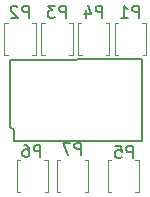
<source format=gbo>
G04 #@! TF.GenerationSoftware,KiCad,Pcbnew,(6.0.1)*
G04 #@! TF.CreationDate,2022-05-17T23:19:47+03:00*
G04 #@! TF.ProjectId,hellen1test,68656c6c-656e-4317-9465-73742e6b6963,b*
G04 #@! TF.SameCoordinates,PX141f5e0PYa2cace0*
G04 #@! TF.FileFunction,Legend,Bot*
G04 #@! TF.FilePolarity,Positive*
%FSLAX46Y46*%
G04 Gerber Fmt 4.6, Leading zero omitted, Abs format (unit mm)*
G04 Created by KiCad (PCBNEW (6.0.1)) date 2022-05-17 23:19:47*
%MOMM*%
%LPD*%
G01*
G04 APERTURE LIST*
%ADD10C,0.150000*%
%ADD11C,0.120000*%
%ADD12C,0.200000*%
G04 APERTURE END LIST*
D10*
G04 #@! TO.C,P7*
X6938095Y3597620D02*
X6938095Y4597620D01*
X6557142Y4597620D01*
X6461904Y4550000D01*
X6414285Y4502381D01*
X6366666Y4407143D01*
X6366666Y4264286D01*
X6414285Y4169048D01*
X6461904Y4121429D01*
X6557142Y4073810D01*
X6938095Y4073810D01*
X6033333Y4597620D02*
X5366666Y4597620D01*
X5795238Y3597620D01*
G04 #@! TO.C,P2*
X2498095Y15197620D02*
X2498095Y16197620D01*
X2117142Y16197620D01*
X2021904Y16150000D01*
X1974285Y16102381D01*
X1926666Y16007143D01*
X1926666Y15864286D01*
X1974285Y15769048D01*
X2021904Y15721429D01*
X2117142Y15673810D01*
X2498095Y15673810D01*
X1545714Y16102381D02*
X1498095Y16150000D01*
X1402857Y16197620D01*
X1164761Y16197620D01*
X1069523Y16150000D01*
X1021904Y16102381D01*
X974285Y16007143D01*
X974285Y15911905D01*
X1021904Y15769048D01*
X1593333Y15197620D01*
X974285Y15197620D01*
G04 #@! TO.C,P1*
X11838095Y15197620D02*
X11838095Y16197620D01*
X11457142Y16197620D01*
X11361904Y16150000D01*
X11314285Y16102381D01*
X11266666Y16007143D01*
X11266666Y15864286D01*
X11314285Y15769048D01*
X11361904Y15721429D01*
X11457142Y15673810D01*
X11838095Y15673810D01*
X10314285Y15197620D02*
X10885714Y15197620D01*
X10600000Y15197620D02*
X10600000Y16197620D01*
X10695238Y16054762D01*
X10790476Y15959524D01*
X10885714Y15911905D01*
G04 #@! TO.C,P6*
X3488095Y3417620D02*
X3488095Y4417620D01*
X3107142Y4417620D01*
X3011904Y4370000D01*
X2964285Y4322381D01*
X2916666Y4227143D01*
X2916666Y4084286D01*
X2964285Y3989048D01*
X3011904Y3941429D01*
X3107142Y3893810D01*
X3488095Y3893810D01*
X2059523Y4417620D02*
X2250000Y4417620D01*
X2345238Y4370000D01*
X2392857Y4322381D01*
X2488095Y4179524D01*
X2535714Y3989048D01*
X2535714Y3608096D01*
X2488095Y3512858D01*
X2440476Y3465239D01*
X2345238Y3417620D01*
X2154761Y3417620D01*
X2059523Y3465239D01*
X2011904Y3512858D01*
X1964285Y3608096D01*
X1964285Y3846191D01*
X2011904Y3941429D01*
X2059523Y3989048D01*
X2154761Y4036667D01*
X2345238Y4036667D01*
X2440476Y3989048D01*
X2488095Y3941429D01*
X2535714Y3846191D01*
G04 #@! TO.C,P3*
X5638095Y15197620D02*
X5638095Y16197620D01*
X5257142Y16197620D01*
X5161904Y16150000D01*
X5114285Y16102381D01*
X5066666Y16007143D01*
X5066666Y15864286D01*
X5114285Y15769048D01*
X5161904Y15721429D01*
X5257142Y15673810D01*
X5638095Y15673810D01*
X4733333Y16197620D02*
X4114285Y16197620D01*
X4447619Y15816667D01*
X4304761Y15816667D01*
X4209523Y15769048D01*
X4161904Y15721429D01*
X4114285Y15626191D01*
X4114285Y15388096D01*
X4161904Y15292858D01*
X4209523Y15245239D01*
X4304761Y15197620D01*
X4590476Y15197620D01*
X4685714Y15245239D01*
X4733333Y15292858D01*
G04 #@! TO.C,P5*
X11308095Y3337620D02*
X11308095Y4337620D01*
X10927142Y4337620D01*
X10831904Y4290000D01*
X10784285Y4242381D01*
X10736666Y4147143D01*
X10736666Y4004286D01*
X10784285Y3909048D01*
X10831904Y3861429D01*
X10927142Y3813810D01*
X11308095Y3813810D01*
X9831904Y4337620D02*
X10308095Y4337620D01*
X10355714Y3861429D01*
X10308095Y3909048D01*
X10212857Y3956667D01*
X9974761Y3956667D01*
X9879523Y3909048D01*
X9831904Y3861429D01*
X9784285Y3766191D01*
X9784285Y3528096D01*
X9831904Y3432858D01*
X9879523Y3385239D01*
X9974761Y3337620D01*
X10212857Y3337620D01*
X10308095Y3385239D01*
X10355714Y3432858D01*
G04 #@! TO.C,P4*
X8738095Y15197620D02*
X8738095Y16197620D01*
X8357142Y16197620D01*
X8261904Y16150000D01*
X8214285Y16102381D01*
X8166666Y16007143D01*
X8166666Y15864286D01*
X8214285Y15769048D01*
X8261904Y15721429D01*
X8357142Y15673810D01*
X8738095Y15673810D01*
X7309523Y15864286D02*
X7309523Y15197620D01*
X7547619Y16245239D02*
X7785714Y15530953D01*
X7166666Y15530953D01*
D11*
G04 #@! TO.C,P7*
X5164462Y3130000D02*
X4870000Y3130000D01*
X4870000Y470000D02*
X4870000Y3130000D01*
X7235538Y470000D02*
X7530000Y470000D01*
X5175627Y470000D02*
X4870000Y470000D01*
X7530000Y3130000D02*
X7530000Y470000D01*
X7224373Y3130000D02*
X7530000Y3130000D01*
G04 #@! TO.C,P2*
X724462Y14730000D02*
X430000Y14730000D01*
X430000Y12070000D02*
X430000Y14730000D01*
X735627Y12070000D02*
X430000Y12070000D01*
X2784373Y14730000D02*
X3090000Y14730000D01*
X3090000Y14730000D02*
X3090000Y12070000D01*
X2795538Y12070000D02*
X3090000Y12070000D01*
G04 #@! TO.C,P1*
X10064462Y14730000D02*
X9770000Y14730000D01*
X9770000Y12070000D02*
X9770000Y14730000D01*
X12135538Y12070000D02*
X12430000Y12070000D01*
X10075627Y12070000D02*
X9770000Y12070000D01*
X12124373Y14730000D02*
X12430000Y14730000D01*
X12430000Y14730000D02*
X12430000Y12070000D01*
D12*
G04 #@! TO.C,M1*
X937499Y11629490D02*
X12112499Y11668337D01*
X1212503Y4831663D02*
X1212503Y5656662D01*
X937499Y5931668D02*
X1212503Y5656662D01*
X12112499Y4775460D02*
X12112499Y11668337D01*
X1268705Y4781663D02*
X12112499Y4781663D01*
X1212503Y4831663D02*
X1268705Y4781663D01*
X937499Y5931668D02*
X937499Y11629490D01*
D11*
G04 #@! TO.C,P6*
X3835538Y470000D02*
X4130000Y470000D01*
X1764462Y3130000D02*
X1470000Y3130000D01*
X1775627Y470000D02*
X1470000Y470000D01*
X3824373Y3130000D02*
X4130000Y3130000D01*
X4130000Y3130000D02*
X4130000Y470000D01*
X1470000Y470000D02*
X1470000Y3130000D01*
G04 #@! TO.C,P3*
X5935538Y12070000D02*
X6230000Y12070000D01*
X3864462Y14730000D02*
X3570000Y14730000D01*
X6230000Y14730000D02*
X6230000Y12070000D01*
X3875627Y12070000D02*
X3570000Y12070000D01*
X5924373Y14730000D02*
X6230000Y14730000D01*
X3570000Y12070000D02*
X3570000Y14730000D01*
G04 #@! TO.C,P5*
X9464462Y3130000D02*
X9170000Y3130000D01*
X9475627Y470000D02*
X9170000Y470000D01*
X11830000Y3130000D02*
X11830000Y470000D01*
X9170000Y470000D02*
X9170000Y3130000D01*
X11524373Y3130000D02*
X11830000Y3130000D01*
X11535538Y470000D02*
X11830000Y470000D01*
G04 #@! TO.C,P4*
X9035538Y12070000D02*
X9330000Y12070000D01*
X6964462Y14730000D02*
X6670000Y14730000D01*
X9330000Y14730000D02*
X9330000Y12070000D01*
X6670000Y12070000D02*
X6670000Y14730000D01*
X6975627Y12070000D02*
X6670000Y12070000D01*
X9024373Y14730000D02*
X9330000Y14730000D01*
G04 #@! TD*
M02*

</source>
